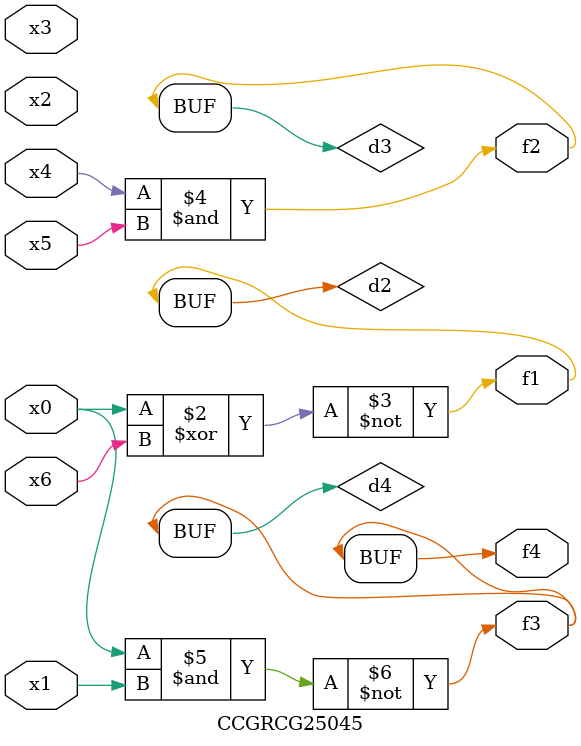
<source format=v>
module CCGRCG25045(
	input x0, x1, x2, x3, x4, x5, x6,
	output f1, f2, f3, f4
);

	wire d1, d2, d3, d4;

	nor (d1, x0);
	xnor (d2, x0, x6);
	and (d3, x4, x5);
	nand (d4, x0, x1);
	assign f1 = d2;
	assign f2 = d3;
	assign f3 = d4;
	assign f4 = d4;
endmodule

</source>
